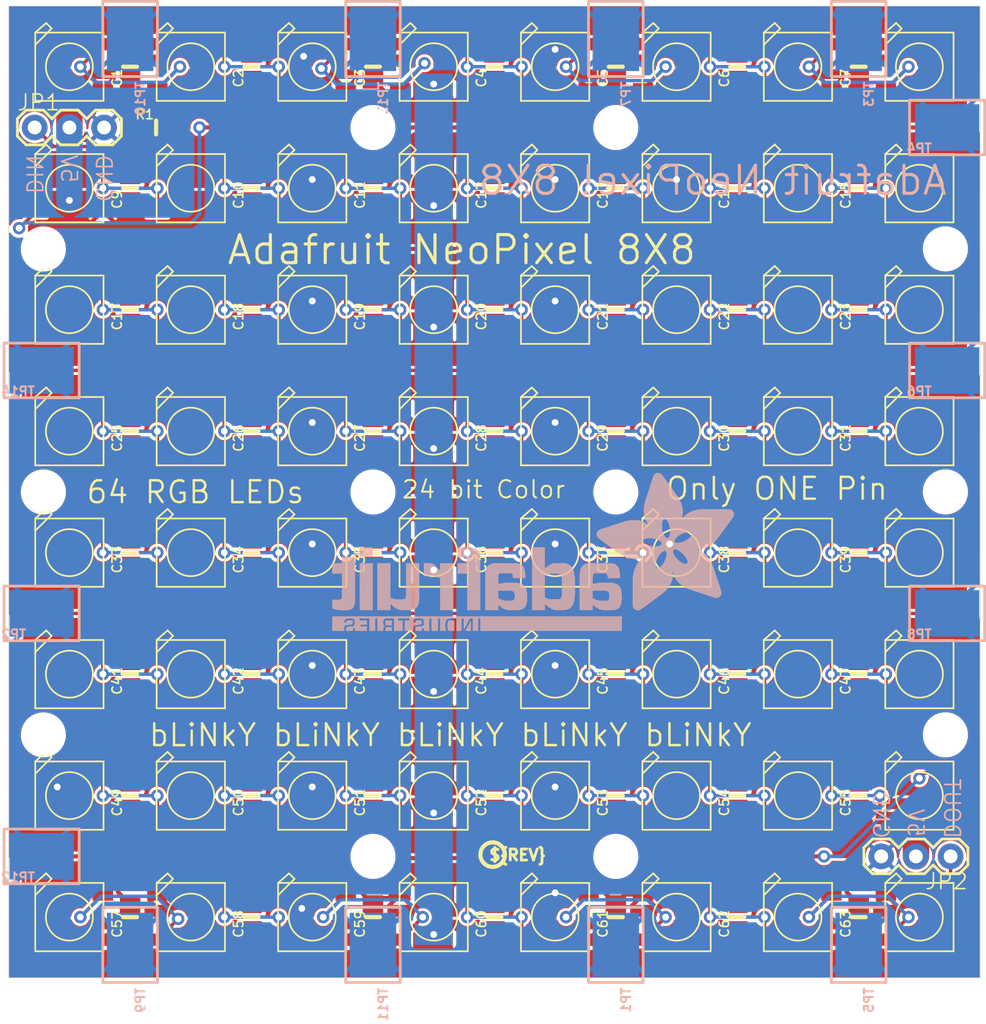
<source format=kicad_pcb>
(kicad_pcb (version 20221018) (generator pcbnew)
  (layers (0 "F.Cu" signal) (31 "B.Cu" signal) (34 "B.Paste" user) (35 "F.Paste" user) (36 "B.SilkS" user "B.Silkscreen") (37 "F.SilkS" user "F.Silkscreen") (38 "B.Mask" user) (39 "F.Mask" user) (44 "Edge.Cuts" user))
  (net 0 "")
  (net 1 "GND")
  (net 2 "N$33")
  (net 3 "N$34")
  (net 4 "N$35")
  (net 5 "N$36")
  (net 6 "N$37")
  (net 7 "N$38")
  (net 8 "N$39")
  (net 9 "N$40")
  (net 10 "N$41")
  (net 11 "N$42")
  (net 12 "N$43")
  (net 13 "N$44")
  (net 14 "N$45")
  (net 15 "N$46")
  (net 16 "N$47")
  (net 17 "N$48")
  (net 18 "N$49")
  (net 19 "N$50")
  (net 20 "N$51")
  (net 21 "N$52")
  (net 22 "N$53")
  (net 23 "N$54")
  (net 24 "N$55")
  (net 25 "N$56")
  (net 26 "N$57")
  (net 27 "N$58")
  (net 28 "N$59")
  (net 29 "N$60")
  (net 30 "N$93")
  (net 31 "N$94")
  (net 32 "N$95")
  (net 33 "N$96")
  (net 34 "N$97")
  (net 35 "N$98")
  (net 36 "N$99")
  (net 37 "N$100")
  (net 38 "N$101")
  (net 39 "N$102")
  (net 40 "N$103")
  (net 41 "N$104")
  (net 42 "N$105")
  (net 43 "N$106")
  (net 44 "N$107")
  (net 45 "N$108")
  (net 46 "N$109")
  (net 47 "N$110")
  (net 48 "N$111")
  (net 49 "N$112")
  (net 50 "N$113")
  (net 51 "N$114")
  (net 52 "N$115")
  (net 53 "N$116")
  (net 54 "N$117")
  (net 55 "N$118")
  (net 56 "N$119")
  (net 57 "N$120")
  (net 58 "VDD")
  (net 59 "N$2")
  (net 60 "N$3")
  (net 61 "N$4")
  (net 62 "N$5")
  (net 63 "N$6")
  (net 64 "N$7")
  (net 65 "N$8")
  (net 66 "N$1")
  (net 67 "N$9")
  (net 68 "N$10")
  (footprint "working:0805-NO" (layer "F.Cu") (at 175.1711 118.3386 90)
    (fp_text reference "C47")
    (fp_text value "")
  )
  (footprint "working:0805-NO" (layer "F.Cu") (at 175.1711 127.2286 90)
    (fp_text reference "C55")
    (fp_text value "")
  )
  (footprint "working:WS2812B" (layer "F.Cu") (at 144.0561 127.2286)
    (fp_text reference "LED52" hide)
    (fp_text value "WS2812B5050" hide)
  )
  (footprint "working:0805-NO" (layer "F.Cu") (at 121.8311 118.3386 90)
    (fp_text reference "C41")
    (fp_text value "")
  )
  (footprint "working:WS2812B" (layer "F.Cu") (at 144.0561 82.7786)
    (fp_text reference "LED12" hide)
    (fp_text value "WS2812B5050" hide)
  )
  (footprint "working:0805-NO" (layer "F.Cu") (at 166.2811 100.5586 90)
    (fp_text reference "C30")
    (fp_text value "")
  )
  (footprint "" (layer "F.Cu") (at 115.4811 87.2236)
    (fp_text reference "@HOLE0" hide)
    (fp_text value "")
  )
  (footprint "working:WS2812B" (layer "F.Cu") (at 170.7261 100.5586)
    (fp_text reference "LED31" hide)
    (fp_text value "WS2812B5050" hide)
  )
  (footprint "working:WS2812B" (layer "F.Cu") (at 144.0561 100.5586)
    (fp_text reference "LED28" hide)
    (fp_text value "WS2812B5050" hide)
  )
  (footprint "working:WS2812B" (layer "F.Cu") (at 144.0561 136.1186)
    (fp_text reference "LED60" hide)
    (fp_text value "WS2812B5050" hide)
  )
  (footprint "working:0805-NO" (layer "F.Cu") (at 130.7211 82.7786 90)
    (fp_text reference "C10")
    (fp_text value "")
  )
  (footprint "working:WS2812B" (layer "F.Cu") (at 161.8361 136.1186)
    (fp_text reference "LED62" hide)
    (fp_text value "WS2812B5050" hide)
  )
  (footprint "" (layer "F.Cu") (at 157.3911 105.0036)
    (fp_text reference "@HOLE9" hide)
    (fp_text value "")
  )
  (footprint "working:WS2812B" (layer "F.Cu") (at 126.2761 109.4486)
    (fp_text reference "LED34" hide)
    (fp_text value "WS2812B5050" hide)
  )
  (footprint "working:0805-NO" (layer "F.Cu") (at 175.1711 73.8886 90)
    (fp_text reference "C7")
    (fp_text value "")
  )
  (footprint "working:0805-NO" (layer "F.Cu") (at 157.3911 100.5586 90)
    (fp_text reference "C29")
    (fp_text value "")
  )
  (footprint "working:WS2812B" (layer "F.Cu") (at 144.0561 118.3386)
    (fp_text reference "LED44" hide)
    (fp_text value "WS2812B5050" hide)
  )
  (footprint "working:0805-NO" (layer "F.Cu") (at 121.8311 73.8886 90)
    (fp_text reference "C1")
    (fp_text value "")
  )
  (footprint "working:WS2812B" (layer "F.Cu") (at 117.3861 73.8886)
    (fp_text reference "LED1" hide)
    (fp_text value "WS2812B5050" hide)
  )
  (footprint "working:WS2812B" (layer "F.Cu") (at 135.1661 127.2286)
    (fp_text reference "LED51" hide)
    (fp_text value "WS2812B5050" hide)
  )
  (footprint "working:WS2812B" (layer "F.Cu") (at 152.9461 136.1186)
    (fp_text reference "LED61" hide)
    (fp_text value "WS2812B5050" hide)
  )
  (footprint "working:WS2812B" (layer "F.Cu") (at 161.8361 82.7786)
    (fp_text reference "LED14" hide)
    (fp_text value "WS2812B5050" hide)
  )
  (footprint "working:WS2812B" (layer "F.Cu") (at 117.3861 127.2286)
    (fp_text reference "LED49" hide)
    (fp_text value "WS2812B5050" hide)
  )
  (footprint "working:WS2812B" (layer "F.Cu") (at 161.8361 118.3386)
    (fp_text reference "LED46" hide)
    (fp_text value "WS2812B5050" hide)
  )
  (footprint "working:0805-NO" (layer "F.Cu") (at 130.7211 127.2286 90)
    (fp_text reference "C50")
    (fp_text value "")
  )
  (footprint "" (layer "F.Cu") (at 115.4811 105.0036)
    (fp_text reference "@HOLE1" hide)
    (fp_text value "")
  )
  (footprint "working:0805-NO" (layer "F.Cu") (at 139.6111 91.6686 90)
    (fp_text reference "C19")
    (fp_text value "")
  )
  (footprint "working:0805-NO" (layer "F.Cu") (at 148.5011 100.5586 90)
    (fp_text reference "C28")
    (fp_text value "")
  )
  (footprint "working:WS2812B" (layer "F.Cu") (at 126.2761 73.8886)
    (fp_text reference "LED2" hide)
    (fp_text value "WS2812B5050" hide)
  )
  (footprint "working:WS2812B" (layer "F.Cu") (at 135.1661 73.8886)
    (fp_text reference "LED3" hide)
    (fp_text value "WS2812B5050" hide)
  )
  (footprint "working:0805-NO" (layer "F.Cu") (at 130.7211 73.8886 90)
    (fp_text reference "C2")
    (fp_text value "")
  )
  (footprint "working:WS2812B" (layer "F.Cu") (at 144.0561 73.8886)
    (fp_text reference "LED4" hide)
    (fp_text value "WS2812B5050" hide)
  )
  (footprint "working:WS2812B" (layer "F.Cu") (at 135.1661 118.3386)
    (fp_text reference "LED43" hide)
    (fp_text value "WS2812B5050" hide)
  )
  (footprint "working:0805-NO" (layer "F.Cu") (at 139.6111 73.8886 90)
    (fp_text reference "C3")
    (fp_text value "")
  )
  (footprint "working:0805-NO" (layer "F.Cu") (at 148.5011 82.7786 90)
    (fp_text reference "C12")
    (fp_text value "")
  )
  (footprint "working:WS2812B" (layer "F.Cu") (at 170.7261 127.2286)
    (fp_text reference "LED55" hide)
    (fp_text value "WS2812B5050" hide)
  )
  (footprint "working:WS2812B" (layer "F.Cu") (at 179.6161 100.5586)
    (fp_text reference "LED32" hide)
    (fp_text value "WS2812B5050" hide)
  )
  (footprint "working:0805-NO" (layer "F.Cu") (at 157.3911 73.8886 90)
    (fp_text reference "C5")
    (fp_text value "")
  )
  (footprint "" (layer "F.Cu") (at 181.5211 87.2236)
    (fp_text reference "@HOLE5" hide)
    (fp_text value "")
  )
  (footprint "working:WS2812B" (layer "F.Cu") (at 117.3861 91.6686)
    (fp_text reference "LED17" hide)
    (fp_text value "WS2812B5050" hide)
  )
  (footprint "working:WS2812B" (layer "F.Cu") (at 126.2761 136.1186)
    (fp_text reference "LED58" hide)
    (fp_text value "WS2812B5050" hide)
  )
  (footprint "working:0805-NO" (layer "F.Cu") (at 121.8311 109.4486 90)
    (fp_text reference "C33")
    (fp_text value "")
  )
  (footprint "working:0805-NO" (layer "F.Cu") (at 175.1711 82.7786 90)
    (fp_text reference "C15")
    (fp_text value "")
  )
  (footprint "working:0805-NO" (layer "F.Cu") (at 123.7361 78.3336)
    (fp_text reference "R1")
    (fp_text value "")
  )
  (footprint "working:WS2812B" (layer "F.Cu") (at 152.9461 109.4486)
    (fp_text reference "LED37" hide)
    (fp_text value "WS2812B5050" hide)
  )
  (footprint "working:WS2812B" (layer "F.Cu") (at 170.7261 136.1186)
    (fp_text reference "LED63" hide)
    (fp_text value "WS2812B5050" hide)
  )
  (footprint "working:0805-NO" (layer "F.Cu") (at 139.6111 100.5586 90)
    (fp_text reference "C27")
    (fp_text value "")
  )
  (footprint "working:WS2812B" (layer "F.Cu") (at 161.8361 100.5586)
    (fp_text reference "LED30" hide)
    (fp_text value "WS2812B5050" hide)
  )
  (footprint "working:WS2812B" (layer "F.Cu") (at 152.9461 127.2286)
    (fp_text reference "LED53" hide)
    (fp_text value "WS2812B5050" hide)
  )
  (footprint "working:0805-NO" (layer "F.Cu") (at 121.8311 136.1186 90)
    (fp_text reference "C57")
    (fp_text value "")
  )
  (footprint "working:0805-NO" (layer "F.Cu") (at 166.2811 136.1186 90)
    (fp_text reference "C62")
    (fp_text value "")
  )
  (footprint "working:WS2812B" (layer "F.Cu") (at 126.2761 91.6686)
    (fp_text reference "LED18" hide)
    (fp_text value "WS2812B5050" hide)
  )
  (footprint "working:0805-NO" (layer "F.Cu") (at 166.2811 118.3386 90)
    (fp_text reference "C46")
    (fp_text value "")
  )
  (footprint "working:0805-NO" (layer "F.Cu") (at 121.8311 100.5586 90)
    (fp_text reference "C25")
    (fp_text value "")
  )
  (footprint "working:0805-NO" (layer "F.Cu") (at 139.6111 109.4486 90)
    (fp_text reference "C35")
    (fp_text value "")
  )
  (footprint "working:0805-NO" (layer "F.Cu") (at 139.6111 118.3386 90)
    (fp_text reference "C43")
    (fp_text value "")
  )
  (footprint "working:1X03" (layer "F.Cu") (at 181.9021 131.6736 180)
    (fp_text reference "JP2")
    (fp_text value "")
  )
  (footprint "working:WS2812B" (layer "F.Cu") (at 161.8361 91.6686)
    (fp_text reference "LED22" hide)
    (fp_text value "WS2812B5050" hide)
  )
  (footprint "working:0805-NO" (layer "F.Cu") (at 175.1711 100.5586 90)
    (fp_text reference "C31")
    (fp_text value "")
  )
  (footprint "working:0805-NO" (layer "F.Cu") (at 157.3911 109.4486 90)
    (fp_text reference "C37")
    (fp_text value "")
  )
  (footprint "working:WS2812B" (layer "F.Cu") (at 179.6161 109.4486)
    (fp_text reference "LED40" hide)
    (fp_text value "WS2812B5050" hide)
  )
  (footprint "working:WS2812B" (layer "F.Cu") (at 152.9461 118.3386)
    (fp_text reference "LED45" hide)
    (fp_text value "WS2812B5050" hide)
  )
  (footprint "working:0805-NO" (layer "F.Cu") (at 130.7211 136.1186 90)
    (fp_text reference "C58")
    (fp_text value "")
  )
  (footprint "working:0805-NO" (layer "F.Cu") (at 175.1711 109.4486 90)
    (fp_text reference "C39")
    (fp_text value "")
  )
  (footprint "working:PCBFEAT-REV-040" (layer "F.Cu") (at 148.3741 131.5466)
    (fp_text reference "U$2" hide)
    (fp_text value "" hide)
  )
  (footprint "working:0805-NO" (layer "F.Cu") (at 139.6111 136.1186 90)
    (fp_text reference "C59")
    (fp_text value "")
  )
  (footprint "working:WS2812B" (layer "F.Cu") (at 144.0561 91.6686)
    (fp_text reference "LED20" hide)
    (fp_text value "WS2812B5050" hide)
  )
  (footprint "working:0805-NO" (layer "F.Cu") (at 148.5011 118.3386 90)
    (fp_text reference "C44")
    (fp_text value "")
  )
  (footprint "working:0805-NO" (layer "F.Cu") (at 130.7211 100.5586 90)
    (fp_text reference "C26")
    (fp_text value "")
  )
  (footprint "" (layer "F.Cu") (at 181.5211 105.0036)
    (fp_text reference "@HOLE4" hide)
    (fp_text value "")
  )
  (footprint "" (layer "F.Cu") (at 139.6111 131.6736)
    (fp_text reference "@HOLE10" hide)
    (fp_text value "")
  )
  (footprint "working:0805-NO" (layer "F.Cu") (at 175.1711 91.6686 90)
    (fp_text reference "C23")
    (fp_text value "")
  )
  (footprint "working:0805-NO" (layer "F.Cu") (at 130.7211 109.4486 90)
    (fp_text reference "C34")
    (fp_text value "")
  )
  (footprint "working:0805-NO" (layer "F.Cu") (at 157.3911 118.3386 90)
    (fp_text reference "C45")
    (fp_text value "")
  )
  (footprint "working:0805-NO" (layer "F.Cu") (at 121.8311 127.2286 90)
    (fp_text reference "C49")
    (fp_text value "")
  )
  (footprint "working:WS2812B" (layer "F.Cu") (at 152.9461 100.5586)
    (fp_text reference "LED29" hide)
    (fp_text value "WS2812B5050" hide)
  )
  (footprint "" (layer "F.Cu") (at 139.6111 78.3336)
    (fp_text reference "@HOLE6" hide)
    (fp_text value "")
  )
  (footprint "working:0805-NO" (layer "F.Cu") (at 121.8311 82.7786 90)
    (fp_text reference "C9")
    (fp_text value "")
  )
  (footprint "working:0805-NO" (layer "F.Cu") (at 157.3911 136.1186 90)
    (fp_text reference "C61")
    (fp_text value "")
  )
  (footprint "working:0805-NO" (layer "F.Cu") (at 148.5011 127.2286 90)
    (fp_text reference "C52")
    (fp_text value "")
  )
  (footprint "working:0805-NO" (layer "F.Cu") (at 139.6111 127.2286 90)
    (fp_text reference "C51")
    (fp_text value "")
  )
  (footprint "working:0805-NO" (layer "F.Cu") (at 148.5011 109.4486 90)
    (fp_text reference "C36")
    (fp_text value "")
  )
  (footprint "working:WS2812B" (layer "F.Cu") (at 170.7261 82.7786)
    (fp_text reference "LED15" hide)
    (fp_text value "WS2812B5050" hide)
  )
  (footprint "working:0805-NO" (layer "F.Cu") (at 175.1711 136.1186 90)
    (fp_text reference "C63")
    (fp_text value "")
  )
  (footprint "working:WS2812B" (layer "F.Cu") (at 135.1661 82.7786)
    (fp_text reference "LED11" hide)
    (fp_text value "WS2812B5050" hide)
  )
  (footprint "working:WS2812B" (layer "F.Cu") (at 117.3861 118.3386)
    (fp_text reference "LED41" hide)
    (fp_text value "WS2812B5050" hide)
  )
  (footprint "working:0805-NO" (layer "F.Cu") (at 157.3911 91.6686 90)
    (fp_text reference "C21")
    (fp_text value "")
  )
  (footprint "working:0805-NO" (layer "F.Cu") (at 139.6111 82.7786 90)
    (fp_text reference "C11")
    (fp_text value "")
  )
  (footprint "" (layer "F.Cu") (at 157.3911 131.6736)
    (fp_text reference "@HOLE11" hide)
    (fp_text value "")
  )
  (footprint "working:WS2812B" (layer "F.Cu") (at 179.6161 73.8886)
    (fp_text reference "LED8" hide)
    (fp_text value "WS2812B5050" hide)
  )
  (footprint "" (layer "F.Cu") (at 115.4811 122.7836)
    (fp_text reference "@HOLE2" hide)
    (fp_text value "")
  )
  (footprint "working:WS2812B" (layer "F.Cu") (at 126.2761 127.2286)
    (fp_text reference "LED50" hide)
    (fp_text value "WS2812B5050" hide)
  )
  (footprint "working:0805-NO" (layer "F.Cu") (at 121.8311 91.6686 90)
    (fp_text reference "C17")
    (fp_text value "")
  )
  (footprint "working:WS2812B" (layer "F.Cu") (at 179.6161 118.3386)
    (fp_text reference "LED48" hide)
    (fp_text value "WS2812B5050" hide)
  )
  (footprint "working:WS2812B" (layer "F.Cu") (at 117.3861 136.1186)
    (fp_text reference "LED57" hide)
    (fp_text value "WS2812B5050" hide)
  )
  (footprint "working:WS2812B" (layer "F.Cu") (at 170.7261 109.4486)
    (fp_text reference "LED39" hide)
    (fp_text value "WS2812B5050" hide)
  )
  (footprint "" (layer "F.Cu") (at 181.5211 122.7836)
    (fp_text reference "@HOLE3" hide)
    (fp_text value "")
  )
  (footprint "working:0805-NO" (layer "F.Cu") (at 148.5011 73.8886 90)
    (fp_text reference "C4")
    (fp_text value "")
  )
  (footprint "working:FIDUCIAL_1MM" (layer "F.Cu") (at 175.1711 78.7146)
    (fp_text reference "FID3" hide)
    (fp_text value "FIDUCIAL\"\"" hide)
  )
  (footprint "working:0805-NO" (layer "F.Cu") (at 166.2811 109.4486 90)
    (fp_text reference "C38")
    (fp_text value "")
  )
  (footprint "working:0805-NO" (layer "F.Cu") (at 166.2811 73.8886 90)
    (fp_text reference "C6")
    (fp_text value "")
  )
  (footprint "working:WS2812B" (layer "F.Cu") (at 126.2761 100.5586)
    (fp_text reference "LED26" hide)
    (fp_text value "WS2812B5050" hide)
  )
  (footprint "working:WS2812B" (layer "F.Cu") (at 152.9461 82.7786)
    (fp_text reference "LED13" hide)
    (fp_text value "WS2812B5050" hide)
  )
  (footprint "working:WS2812B" (layer "F.Cu") (at 170.7261 73.8886)
    (fp_text reference "LED7" hide)
    (fp_text value "WS2812B5050" hide)
  )
  (footprint "working:WS2812B" (layer "F.Cu") (at 135.1661 109.4486)
    (fp_text reference "LED35" hide)
    (fp_text value "WS2812B5050" hide)
  )
  (footprint "working:WS2812B" (layer "F.Cu") (at 161.8361 109.4486)
    (fp_text reference "LED38" hide)
    (fp_text value "WS2812B5050" hide)
  )
  (footprint "working:FIDUCIAL_1MM" (layer "F.Cu") (at 121.4501 131.6736)
    (fp_text reference "FID2" hide)
    (fp_text value "FIDUCIAL\"\"" hide)
  )
  (footprint "working:WS2812B" (layer "F.Cu") (at 117.3861 100.5586)
    (fp_text reference "LED25" hide)
    (fp_text value "WS2812B5050" hide)
  )
  (footprint "" (layer "F.Cu") (at 139.6111 105.0036)
    (fp_text reference "@HOLE8" hide)
    (fp_text value "")
  )
  (footprint "working:WS2812B" (layer "F.Cu") (at 179.6161 91.6686)
    (fp_text reference "LED24" hide)
    (fp_text value "WS2812B5050" hide)
  )
  (footprint "working:WS2812B" (layer "F.Cu") (at 170.7261 91.6686)
    (fp_text reference "LED23" hide)
    (fp_text value "WS2812B5050" hide)
  )
  (footprint "working:0805-NO" (layer "F.Cu") (at 166.2811 91.6686 90)
    (fp_text reference "C22")
    (fp_text value "")
  )
  (footprint "working:0805-NO" (layer "F.Cu") (at 157.3911 82.7786 90)
    (fp_text reference "C13")
    (fp_text value "")
  )
  (footprint "working:WS2812B" (layer "F.Cu") (at 126.2761 82.7786)
    (fp_text reference "LED10" hide)
    (fp_text value "WS2812B5050" hide)
  )
  (footprint "working:0805-NO" (layer "F.Cu") (at 166.2811 127.2286 90)
    (fp_text reference "C54")
    (fp_text value "")
  )
  (footprint "" (layer "F.Cu") (at 157.3911 78.3336)
    (fp_text reference "@HOLE7" hide)
    (fp_text value "")
  )
  (footprint "working:WS2812B" (layer "F.Cu") (at 179.6161 136.1186)
    (fp_text reference "LED64" hide)
    (fp_text value "WS2812B5050" hide)
  )
  (footprint "working:WS2812B" (layer "F.Cu") (at 117.3861 82.7786)
    (fp_text reference "LED9" hide)
    (fp_text value "WS2812B5050" hide)
  )
  (footprint "working:0805-NO" (layer "F.Cu") (at 130.7211 118.3386 90)
    (fp_text reference "C42")
    (fp_text value "")
  )
  (footprint "working:WS2812B" (layer "F.Cu") (at 179.6161 82.7786)
    (fp_text reference "LED16" hide)
    (fp_text value "WS2812B5050" hide)
  )
  (footprint "working:WS2812B" (layer "F.Cu") (at 152.9461 91.6686)
    (fp_text reference "LED21" hide)
    (fp_text value "WS2812B5050" hide)
  )
  (footprint "working:WS2812B" (layer "F.Cu") (at 161.8361 127.2286)
    (fp_text reference "LED54" hide)
    (fp_text value "WS2812B5050" hide)
  )
  (footprint "working:0805-NO" (layer "F.Cu") (at 130.7211 91.6686 90)
    (fp_text reference "C18")
    (fp_text value "")
  )
  (footprint "working:WS2812B" (layer "F.Cu") (at 170.7261 118.3386)
    (fp_text reference "LED47" hide)
    (fp_text value "WS2812B5050" hide)
  )
  (footprint "working:0805-NO" (layer "F.Cu") (at 148.5011 136.1186 90)
    (fp_text reference "C60")
    (fp_text value "")
  )
  (footprint "working:WS2812B" (layer "F.Cu") (at 126.2761 118.3386)
    (fp_text reference "LED42" hide)
    (fp_text value "WS2812B5050" hide)
  )
  (footprint "working:0805-NO" (layer "F.Cu") (at 148.5011 91.6686 90)
    (fp_text reference "C20")
    (fp_text value "")
  )
  (footprint "working:WS2812B" (layer "F.Cu") (at 179.6161 127.2286)
    (fp_text reference "LED56" hide)
    (fp_text value "WS2812B5050" hide)
  )
  (footprint "working:WS2812B" (layer "F.Cu") (at 144.0561 109.4486)
    (fp_text reference "LED36" hide)
    (fp_text value "WS2812B5050" hide)
  )
  (footprint "working:WS2812B" (layer "F.Cu") (at 161.8361 73.8886)
    (fp_text reference "LED6" hide)
    (fp_text value "WS2812B5050" hide)
  )
  (footprint "working:WS2812B" (layer "F.Cu") (at 135.1661 100.5586)
    (fp_text reference "LED27" hide)
    (fp_text value "WS2812B5050" hide)
  )
  (footprint "working:WS2812B" (layer "F.Cu") (at 152.9461 73.8886)
    (fp_text reference "LED5" hide)
    (fp_text value "WS2812B5050" hide)
  )
  (footprint "working:1X03" (layer "F.Cu") (at 114.8461 78.3336)
    (fp_text reference "JP1")
    (fp_text value "")
  )
  (footprint "working:WS2812B" (layer "F.Cu") (at 135.1661 91.6686)
    (fp_text reference "LED19" hide)
    (fp_text value "WS2812B5050" hide)
  )
  (footprint "working:WS2812B" (layer "F.Cu") (at 135.1661 136.1186)
    (fp_text reference "LED59" hide)
    (fp_text value "WS2812B5050" hide)
  )
  (footprint "working:FIDUCIAL_1MM" (layer "F.Cu") (at 118.4021 86.8426)
    (fp_text reference "FID1" hide)
    (fp_text value "FIDUCIAL\"\"" hide)
  )
  (footprint "working:0805-NO" (layer "F.Cu") (at 166.2811 82.7786 90)
    (fp_text reference "C14")
    (fp_text value "")
  )
  (footprint "working:0805-NO" (layer "F.Cu") (at 157.3911 127.2286 90)
    (fp_text reference "C53")
    (fp_text value "")
  )
  (footprint "working:WS2812B" (layer "F.Cu") (at 117.3861 109.4486)
    (fp_text reference "LED33" hide)
    (fp_text value "WS2812B5050" hide)
  )
  (footprint "working:TESTPOINT_SMT" (layer "B.Cu") (at 139.6111 138.1506 -90)
    (fp_text reference "TP11")
    (fp_text value "")
  )
  (footprint "working:ADAFRUIT_TEXT_30MM" (layer "B.Cu") (at 166.2811 115.1636 180)
    (fp_text reference "U$1" hide)
    (fp_text value "" hide)
  )
  (footprint "working:TESTPOINT_SMT" (layer "B.Cu") (at 175.1711 71.8566 -90)
    (fp_text reference "TP3")
    (fp_text value "")
  )
  (footprint "working:TESTPOINT_SMT" (layer "B.Cu") (at 181.6481 78.3336 180)
    (fp_text reference "TP4")
    (fp_text value "")
  )
  (footprint "working:TESTPOINT_SMT" (layer "B.Cu") (at 115.3541 96.1136 180)
    (fp_text reference "TP14")
    (fp_text value "")
  )
  (footprint "working:TESTPOINT_SMT" (layer "B.Cu") (at 121.8311 138.1506 -90)
    (fp_text reference "TP9")
    (fp_text value "")
  )
  (footprint "working:TESTPOINT_SMT" (layer "B.Cu") (at 115.3541 131.6736 180)
    (fp_text reference "TP12")
    (fp_text value "")
  )
  (footprint "working:TESTPOINT_SMT" (layer "B.Cu") (at 157.3911 138.1506 -90)
    (fp_text reference "TP1")
    (fp_text value "")
  )
  (footprint "working:TESTPOINT_SMT" (layer "B.Cu") (at 181.6481 96.1136 180)
    (fp_text reference "TP6")
    (fp_text value "")
  )
  (footprint "working:TESTPOINT_SMT" (layer "B.Cu") (at 181.6481 113.8936 180)
    (fp_text reference "TP8")
    (fp_text value "")
  )
  (footprint "working:TESTPOINT_SMT" (layer "B.Cu") (at 121.8311 71.8566 -90)
    (fp_text reference "TP10")
    (fp_text value "")
  )
  (footprint "working:TESTPOINT_SMT" (layer "B.Cu") (at 157.3911 71.8566 -90)
    (fp_text reference "TP7")
    (fp_text value "")
  )
  (footprint "working:TESTPOINT_SMT" (layer "B.Cu") (at 139.6111 71.8566 -90)
    (fp_text reference "TP13")
    (fp_text value "")
  )
  (footprint "working:TESTPOINT_SMT" (layer "B.Cu") (at 115.3541 113.8936 180)
    (fp_text reference "TP2")
    (fp_text value "")
  )
  (footprint "working:TESTPOINT_SMT" (layer "B.Cu") (at 175.1711 138.1506 -90)
    (fp_text reference "TP5")
    (fp_text value "")
  )
  (gr_line (start 112.9411 69.4436) (end 112.9411 140.5636) (stroke (width 0.05)) (layer "Edge.Cuts"))
  (gr_line (start 112.9411 140.5636) (end 184.0611 140.5636) (stroke (width 0.05)) (layer "Edge.Cuts"))
  (gr_line (start 184.0611 140.5636) (end 184.0611 69.4436) (stroke (width 0.05)) (layer "Edge.Cuts"))
  (gr_line (start 184.0611 69.4436) (end 112.9411 69.4436) (stroke (width 0.05)) (layer "Edge.Cuts"))
  (gr_text "GND" (at 176.1236 130.4671 -90) (layer "B.SilkS") (effects (font (size 1.143 1.143) (thickness 0.127)) (justify left bottom mirror)))
  (gr_text "DIN" (at 115.4811 80.2386 -90) (layer "B.SilkS") (effects (font (size 1.143 1.143) (thickness 0.127)) (justify right top mirror)))
  (gr_text "Adafruit NeoPixel 8X8" (at 181.7751 83.4136) (layer "B.SilkS") (effects (font (size 2.0574 2.0574) (thickness 0.2286)) (justify left bottom mirror)))
  (gr_text "5V" (at 118.0211 80.2386 -90) (layer "B.SilkS") (effects (font (size 1.143 1.143) (thickness 0.127)) (justify right top mirror)))
  (gr_text "5V" (at 178.6636 130.3401 -90) (layer "B.SilkS") (effects (font (size 1.143 1.143) (thickness 0.127)) (justify left bottom mirror)))
  (gr_text "DOUT" (at 181.3306 130.4671 -90) (layer "B.SilkS") (effects (font (size 1.143 1.143) (thickness 0.127)) (justify left bottom mirror)))
  (gr_text "GND" (at 120.5611 80.2386 -90) (layer "B.SilkS") (effects (font (size 1.143 1.143) (thickness 0.127)) (justify right top mirror)))
  (gr_text "64 RGB LEDs" (at 118.5291 105.9561) (layer "F.SilkS") (effects (font (size 1.6002 1.6002) (thickness 0.1778)) (justify left bottom)))
  (gr_text "Adafruit NeoPixel 8X8" (at 128.8161 88.4936) (layer "F.SilkS") (effects (font (size 2.0574 2.0574) (thickness 0.2286)) (justify left bottom)))
  (gr_text "bLiNkY bLiNkY bLiNkY bLiNkY bLiNkY" (at 123.1011 123.7361) (layer "F.SilkS") (effects (font (size 1.6002 1.6002) (thickness 0.1778)) (justify left bottom)))
  (gr_text "24 bit Color" (at 141.6431 105.5751) (layer "F.SilkS") (effects (font (size 1.28016 1.28016) (thickness 0.14224)) (justify left bottom)))
  (gr_text "Only ONE Pin" (at 160.9471 105.7021) (layer "F.SilkS") (effects (font (size 1.6002 1.6002) (thickness 0.1778)) (justify left bottom)))
  (segment (start 139.9921 134.7216) (end 140.7541 134.7216) (width 0.3048) (layer "F.Cu") (net 1))
  (segment (start 140.2451 107.7986) (end 141.6061 107.7986) (width 0.3048) (layer "F.Cu") (net 1))
  (segment (start 157.3911 135.1686) (end 158.0251 134.4686) (width 0.3048) (layer "F.Cu") (net 1))
  (segment (start 139.6111 108.4986) (end 140.2451 107.7986) (width 0.3048) (layer "F.Cu") (net 1))
  (segment (start 139.6111 81.8286) (end 140.2451 81.1286) (width 0.3048) (layer "F.Cu") (net 1))
  (segment (start 157.3911 108.4986) (end 158.0251 107.7986) (width 0.3048) (layer "F.Cu") (net 1))
  (segment (start 158.0251 107.7986) (end 159.3861 107.7986) (width 0.3048) (layer "F.Cu") (net 1))
  (segment (start 139.6111 135.1686) (end 139.9921 134.7216) (width 0.3048) (layer "F.Cu") (net 1))
  (segment (start 140.2451 81.1286) (end 141.6061 81.1286) (width 0.3048) (layer "F.Cu") (net 1))
  (segment (start 141.0071 134.4686) (end 141.6061 134.4686) (width 0.3048) (layer "F.Cu") (net 1))
  (segment (start 140.7541 134.7216) (end 141.0071 134.4686) (width 0.3048) (layer "F.Cu") (net 1))
  (segment (start 158.0251 81.1286) (end 159.3861 81.1286) (width 0.3048) (layer "F.Cu") (net 1))
  (segment (start 158.0251 134.4686) (end 159.3861 134.4686) (width 0.3048) (layer "F.Cu") (net 1))
  (segment (start 157.3911 81.8286) (end 158.0251 81.1286) (width 0.3048) (layer "F.Cu") (net 1))
  (via (at 152.9461 117.7036) (size 0.9064) (drill 0.5) (layers "F.Cu" "B.Cu") (net 1))
  (via (at 152.9461 91.0336) (size 0.9064) (drill 0.5) (layers "F.Cu" "B.Cu") (net 1))
  (via (at 134.5311 73.1266) (size 0.9064) (drill 0.5) (layers "F.Cu" "B.Cu") (net 1))
  (via (at 161.8361 82.1436) (size 0.9064) (drill 0.5) (layers "F.Cu" "B.Cu") (net 1))
  (via (at 135.1661 126.5936) (size 0.9064) (drill 0.5) (layers "F.Cu" "B.Cu") (net 1))
  (via (at 135.1661 117.7036) (size 0.9064) (drill 0.5) (layers "F.Cu" "B.Cu") (net 1))
  (via (at 135.1661 99.9236) (size 0.9064) (drill 0.5) (layers "F.Cu" "B.Cu") (net 1))
  (via (at 152.9461 126.5936) (size 0.9064) (drill 0.5) (layers "F.Cu" "B.Cu") (net 1))
  (via (at 152.9461 72.6186) (size 0.9064) (drill 0.5) (layers "F.Cu" "B.Cu") (net 1))
  (via (at 152.9461 108.8136) (size 0.9064) (drill 0.5) (layers "F.Cu" "B.Cu") (net 1))
  (via (at 135.1661 91.0336) (size 0.9064) (drill 0.5) (layers "F.Cu" "B.Cu") (net 1))
  (via (at 135.1661 82.1436) (size 0.9064) (drill 0.5) (layers "F.Cu" "B.Cu") (net 1))
  (via (at 152.9461 99.9236) (size 0.9064) (drill 0.5) (layers "F.Cu" "B.Cu") (net 1))
  (via (at 135.1661 108.8136) (size 0.9064) (drill 0.5) (layers "F.Cu" "B.Cu") (net 1))
  (via (at 152.9461 82.1436) (size 0.9064) (drill 0.5) (layers "F.Cu" "B.Cu") (net 1))
  (via (at 152.9461 134.3406) (size 0.9064) (drill 0.5) (layers "F.Cu" "B.Cu") (net 1))
  (via (at 134.4041 135.4836) (size 0.9064) (drill 0.5) (layers "F.Cu" "B.Cu") (net 1))
  (via (at 161.3281 108.8136) (size 0.9064) (drill 0.5) (layers "F.Cu" "B.Cu") (net 1))
  (via (at 116.4971 126.5936) (size 0.9064) (drill 0.5) (layers "F.Cu" "B.Cu") (net 1))
  (segment (start 123.8261 93.3186) (end 123.8261 91.6686) (width 0.254) (layer "F.Cu") (net 2))
  (segment (start 119.8361 90.0186) (end 119.8361 91.6686) (width 0.254) (layer "F.Cu") (net 2))
  (via (at 119.8361 91.6686) (size 0.9064) (drill 0.5) (layers "F.Cu" "B.Cu") (net 2))
  (via (at 123.8261 91.6686) (size 0.9064) (drill 0.5) (layers "F.Cu" "B.Cu") (net 2))
  (segment (start 123.8261 91.6686) (end 119.8361 91.6686) (width 0.254) (layer "B.Cu") (net 2))
  (segment (start 123.8261 102.2086) (end 123.8261 100.5586) (width 0.254) (layer "F.Cu") (net 3))
  (segment (start 119.8361 100.5586) (end 119.8361 98.9086) (width 0.254) (layer "F.Cu") (net 3))
  (via (at 123.8261 100.5586) (size 0.9064) (drill 0.5) (layers "F.Cu" "B.Cu") (net 3))
  (via (at 119.8361 100.5586) (size 0.9064) (drill 0.5) (layers "F.Cu" "B.Cu") (net 3))
  (segment (start 123.8261 100.5586) (end 119.8361 100.5586) (width 0.254) (layer "B.Cu") (net 3))
  (segment (start 128.7261 98.9086) (end 128.7261 100.5586) (width 0.254) (layer "F.Cu") (net 4))
  (segment (start 132.7161 102.2086) (end 132.7161 100.5586) (width 0.254) (layer "F.Cu") (net 4))
  (via (at 128.7261 100.5586) (size 0.9064) (drill 0.5) (layers "F.Cu" "B.Cu") (net 4))
  (via (at 132.7161 100.5586) (size 0.9064) (drill 0.5) (layers "F.Cu" "B.Cu") (net 4))
  (segment (start 128.7261 100.5586) (end 132.7161 100.5586) (width 0.254) (layer "B.Cu") (net 4))
  (segment (start 128.7261 73.8886) (end 128.7261 72.2386) (width 0.254) (layer "F.Cu") (net 5))
  (segment (start 132.7161 75.5386) (end 132.7161 73.8886) (width 0.254) (layer "F.Cu") (net 5))
  (via (at 128.7261 73.8886) (size 0.9064) (drill 0.5) (layers "F.Cu" "B.Cu") (net 5))
  (via (at 132.7161 73.8886) (size 0.9064) (drill 0.5) (layers "F.Cu" "B.Cu") (net 5))
  (segment (start 132.7161 73.8886) (end 128.7261 73.8886) (width 0.254) (layer "B.Cu") (net 5))
  (segment (start 141.6061 75.5386) (end 143.3841 73.6346) (width 0.254) (layer "F.Cu") (net 6))
  (segment (start 135.8381 74.0156) (end 137.6161 72.2386) (width 0.254) (layer "F.Cu") (net 6))
  (via (at 135.8381 74.0156) (size 0.9064) (drill 0.5) (layers "F.Cu" "B.Cu") (net 6))
  (via (at 143.3841 73.6346) (size 0.9064) (drill 0.5) (layers "F.Cu" "B.Cu") (net 6))
  (segment (start 141.8601 75.1586) (end 136.9441 75.1586) (width 0.254) (layer "B.Cu") (net 6))
  (segment (start 143.3841 73.6346) (end 141.8601 75.1586) (width 0.254) (layer "B.Cu") (net 6))
  (segment (start 136.9441 75.1586) (end 135.8381 74.0156) (width 0.254) (layer "B.Cu") (net 6))
  (segment (start 150.4961 75.5386) (end 150.4961 73.8886) (width 0.254) (layer "F.Cu") (net 7))
  (segment (start 146.5061 73.8886) (end 146.5061 72.2386) (width 0.254) (layer "F.Cu") (net 7))
  (via (at 150.4961 73.8886) (size 0.9064) (drill 0.5) (layers "F.Cu" "B.Cu") (net 7))
  (via (at 146.5061 73.8886) (size 0.9064) (drill 0.5) (layers "F.Cu" "B.Cu") (net 7))
  (segment (start 150.4961 73.8886) (end 146.5061 73.8886) (width 0.254) (layer "B.Cu") (net 7))
  (segment (start 153.7451 73.8886) (end 155.3961 72.2386) (width 0.254) (layer "F.Cu") (net 8))
  (segment (start 159.3861 75.5386) (end 161.0371 73.8886) (width 0.254) (layer "F.Cu") (net 8))
  (via (at 153.7451 73.8886) (size 0.9064) (drill 0.5) (layers "F.Cu" "B.Cu") (net 8))
  (via (at 161.0371 73.8886) (size 0.9064) (drill 0.5) (layers "F.Cu" "B.Cu") (net 8))
  (segment (start 154.7611 74.9046) (end 153.7451 73.8886) (width 0.254) (layer "B.Cu") (net 8))
  (segment (start 160.0581 74.9046) (end 154.7611 74.9046) (width 0.254) (layer "B.Cu") (net 8))
  (segment (start 161.0371 73.8886) (end 160.0581 74.9046) (width 0.254) (layer "B.Cu") (net 8))
  (segment (start 164.2861 73.8886) (end 164.2861 72.2386) (width 0.254) (layer "F.Cu") (net 9))
  (segment (start 168.2761 75.5386) (end 168.2761 73.8886) (width 0.254) (layer "F.Cu") (net 9))
  (via (at 168.2761 73.8886) (size 0.9064) (drill 0.5) (layers "F.Cu" "B.Cu") (net 9))
  (via (at 164.2861 73.8886) (size 0.9064) (drill 0.5) (layers "F.Cu" "B.Cu") (net 9))
  (segment (start 168.2761 73.8886) (end 164.2861 73.8886) (width 0.254) (layer "B.Cu") (net 9))
  (segment (start 173.1761 72.2386) (end 171.5251 73.8886) (width 0.254) (layer "F.Cu") (net 10))
  (segment (start 177.1661 75.5386) (end 178.8171 73.8886) (width 0.254) (layer "F.Cu") (net 10))
  (via (at 171.5251 73.8886) (size 0.9064) (drill 0.5) (layers "F.Cu" "B.Cu") (net 10))
  (via (at 178.8171 73.8886) (size 0.9064) (drill 0.5) (layers "F.Cu" "B.Cu") (net 10))
  (segment (start 177.7111 75.0316) (end 172.6681 75.0316) (width 0.254) (layer "B.Cu") (net 10))
  (segment (start 178.8171 73.8886) (end 177.7111 75.0316) (width 0.254) (layer "B.Cu") (net 10))
  (segment (start 172.6681 75.0316) (end 171.5251 73.8886) (width 0.254) (layer "B.Cu") (net 10))
  (segment (start 128.7261 82.7786) (end 128.7261 81.1286) (width 0.254) (layer "F.Cu") (net 11))
  (segment (start 132.7161 84.4286) (end 132.7161 82.7786) (width 0.254) (layer "F.Cu") (net 11))
  (via (at 128.7261 82.7786) (size 0.9064) (drill 0.5) (layers "F.Cu" "B.Cu") (net 11))
  (via (at 132.7161 82.7786) (size 0.9064) (drill 0.5) (layers "F.Cu" "B.Cu") (net 11))
  (segment (start 132.7161 82.7786) (end 128.7261 82.7786) (width 0.254) (layer "B.Cu") (net 11))
  (segment (start 137.6161 81.1286) (end 137.6161 82.7786) (width 0.254) (layer "F.Cu") (net 12))
  (segment (start 141.6061 84.4286) (end 141.6061 82.7786) (width 0.254) (layer "F.Cu") (net 12))
  (via (at 137.6161 82.7786) (size 0.9064) (drill 0.5) (layers "F.Cu" "B.Cu") (net 12))
  (via (at 141.6061 82.7786) (size 0.9064) (drill 0.5) (layers "F.Cu" "B.Cu") (net 12))
  (segment (start 141.6061 82.7786) (end 137.6161 82.7786) (width 0.254) (layer "B.Cu") (net 12))
  (segment (start 150.4961 84.4286) (end 150.4961 82.7786) (width 0.254) (layer "F.Cu") (net 13))
  (segment (start 146.5061 82.7786) (end 146.5061 81.1286) (width 0.254) (layer "F.Cu") (net 13))
  (via (at 146.5061 82.7786) (size 0.9064) (drill 0.5) (layers "F.Cu" "B.Cu") (net 13))
  (via (at 150.4961 82.7786) (size 0.9064) (drill 0.5) (layers "F.Cu" "B.Cu") (net 13))
  (segment (start 150.4961 82.7786) (end 146.5061 82.7786) (width 0.254) (layer "B.Cu") (net 13))
  (segment (start 159.3861 84.4286) (end 159.3861 82.7786) (width 0.254) (layer "F.Cu") (net 14))
  (segment (start 155.3961 82.7786) (end 155.3961 81.1286) (width 0.254) (layer "F.Cu") (net 14))
  (via (at 159.3861 82.7786) (size 0.9064) (drill 0.5) (layers "F.Cu" "B.Cu") (net 14))
  (via (at 155.3961 82.7786) (size 0.9064) (drill 0.5) (layers "F.Cu" "B.Cu") (net 14))
  (segment (start 159.3861 82.7786) (end 155.3961 82.7786) (width 0.254) (layer "B.Cu") (net 14))
  (segment (start 168.2761 84.4286) (end 168.2761 82.7786) (width 0.254) (layer "F.Cu") (net 15))
  (segment (start 164.2861 82.7786) (end 164.2861 81.1286) (width 0.254) (layer "F.Cu") (net 15))
  (via (at 164.2861 82.7786) (size 0.9064) (drill 0.5) (layers "F.Cu" "B.Cu") (net 15))
  (via (at 168.2761 82.7786) (size 0.9064) (drill 0.5) (layers "F.Cu" "B.Cu") (net 15))
  (segment (start 168.2761 82.7786) (end 164.2861 82.7786) (width 0.254) (layer "B.Cu") (net 15))
  (segment (start 177.1661 84.4286) (end 177.1661 82.7786) (width 0.254) (layer "F.Cu") (net 16))
  (segment (start 173.1761 82.7786) (end 173.1761 81.1286) (width 0.254) (layer "F.Cu") (net 16))
  (via (at 177.1661 82.7786) (size 0.9064) (drill 0.5) (layers "F.Cu" "B.Cu") (net 16))
  (via (at 173.1761 82.7786) (size 0.9064) (drill 0.5) (layers "F.Cu" "B.Cu") (net 16))
  (segment (start 177.1661 82.7786) (end 173.1761 82.7786) (width 0.254) (layer "B.Cu") (net 16))
  (segment (start 132.7161 93.3186) (end 132.7161 91.6686) (width 0.254) (layer "F.Cu") (net 17))
  (segment (start 128.7261 91.6686) (end 128.7261 90.0186) (width 0.254) (layer "F.Cu") (net 17))
  (via (at 128.7261 91.6686) (size 0.9064) (drill 0.5) (layers "F.Cu" "B.Cu") (net 17))
  (via (at 132.7161 91.6686) (size 0.9064) (drill 0.5) (layers "F.Cu" "B.Cu") (net 17))
  (segment (start 132.7161 91.6686) (end 128.7261 91.6686) (width 0.254) (layer "B.Cu") (net 17))
  (segment (start 141.6061 93.3186) (end 141.6061 91.6686) (width 0.254) (layer "F.Cu") (net 18))
  (segment (start 137.6161 91.6686) (end 137.6161 90.0186) (width 0.254) (layer "F.Cu") (net 18))
  (via (at 141.6061 91.6686) (size 0.9064) (drill 0.5) (layers "F.Cu" "B.Cu") (net 18))
  (via (at 137.6161 91.6686) (size 0.9064) (drill 0.5) (layers "F.Cu" "B.Cu") (net 18))
  (segment (start 141.6061 91.6686) (end 137.6161 91.6686) (width 0.254) (layer "B.Cu") (net 18))
  (segment (start 150.4961 93.3186) (end 150.4961 91.6686) (width 0.254) (layer "F.Cu") (net 19))
  (segment (start 146.5061 91.6686) (end 146.5061 90.0186) (width 0.254) (layer "F.Cu") (net 19))
  (via (at 146.5061 91.6686) (size 0.9064) (drill 0.5) (layers "F.Cu" "B.Cu") (net 19))
  (via (at 150.4961 91.6686) (size 0.9064) (drill 0.5) (layers "F.Cu" "B.Cu") (net 19))
  (segment (start 150.4961 91.6686) (end 146.5061 91.6686) (width 0.254) (layer "B.Cu") (net 19))
  (segment (start 155.3961 91.6686) (end 155.3961 90.0186) (width 0.254) (layer "F.Cu") (net 20))
  (segment (start 159.3861 93.3186) (end 159.3861 91.6686) (width 0.254) (layer "F.Cu") (net 20))
  (via (at 159.3861 91.6686) (size 0.9064) (drill 0.5) (layers "F.Cu" "B.Cu") (net 20))
  (via (at 155.3961 91.6686) (size 0.9064) (drill 0.5) (layers "F.Cu" "B.Cu") (net 20))
  (segment (start 159.3861 91.6686) (end 155.3961 91.6686) (width 0.254) (layer "B.Cu") (net 20))
  (segment (start 164.2861 91.6686) (end 164.2861 90.0186) (width 0.254) (layer "F.Cu") (net 21))
  (segment (start 168.2761 93.3186) (end 168.2761 91.6686) (width 0.254) (layer "F.Cu") (net 21))
  (via (at 168.2761 91.6686) (size 0.9064) (drill 0.5) (layers "F.Cu" "B.Cu") (net 21))
  (via (at 164.2861 91.6686) (size 0.9064) (drill 0.5) (layers "F.Cu" "B.Cu") (net 21))
  (segment (start 168.2761 91.6686) (end 164.2861 91.6686) (width 0.254) (layer "B.Cu") (net 21))
  (segment (start 173.1761 91.6686) (end 173.1761 90.0186) (width 0.254) (layer "F.Cu") (net 22))
  (segment (start 177.1661 93.3186) (end 177.1661 91.6686) (width 0.254) (layer "F.Cu") (net 22))
  (via (at 177.1661 91.6686) (size 0.9064) (drill 0.5) (layers "F.Cu" "B.Cu") (net 22))
  (via (at 173.1761 91.6686) (size 0.9064) (drill 0.5) (layers "F.Cu" "B.Cu") (net 22))
  (segment (start 177.1661 91.6686) (end 173.1761 91.6686) (width 0.254) (layer "B.Cu") (net 22))
  (segment (start 137.6161 100.5586) (end 137.6161 98.9086) (width 0.254) (layer "F.Cu") (net 23))
  (segment (start 141.6061 102.2086) (end 141.6061 100.5586) (width 0.254) (layer "F.Cu") (net 23))
  (via (at 141.6061 100.5586) (size 0.9064) (drill 0.5) (layers "F.Cu" "B.Cu") (net 23))
  (via (at 137.6161 100.5586) (size 0.9064) (drill 0.5) (layers "F.Cu" "B.Cu") (net 23))
  (segment (start 141.6061 100.5586) (end 137.6161 100.5586) (width 0.254) (layer "B.Cu") (net 23))
  (segment (start 146.5061 100.5586) (end 146.5061 98.9086) (width 0.254) (layer "F.Cu") (net 24))
  (segment (start 150.4961 102.2086) (end 150.4961 100.5586) (width 0.254) (layer "F.Cu") (net 24))
  (via (at 150.4961 100.5586) (size 0.9064) (drill 0.5) (layers "F.Cu" "B.Cu") (net 24))
  (via (at 146.5061 100.5586) (size 0.9064) (drill 0.5) (layers "F.Cu" "B.Cu") (net 24))
  (segment (start 150.4961 100.5586) (end 146.5061 100.5586) (width 0.254) (layer "B.Cu") (net 24))
  (segment (start 155.3961 100.5586) (end 155.3961 98.9086) (width 0.254) (layer "F.Cu") (net 25))
  (segment (start 159.3861 102.2086) (end 159.3861 100.5586) (width 0.254) (layer "F.Cu") (net 25))
  (via (at 155.3961 100.5586) (size 0.9064) (drill 0.5) (layers "F.Cu" "B.Cu") (net 25))
  (via (at 159.3861 100.5586) (size 0.9064) (drill 0.5) (layers "F.Cu" "B.Cu") (net 25))
  (segment (start 159.3861 100.5586) (end 155.3961 100.5586) (width 0.254) (layer "B.Cu") (net 25))
  (segment (start 164.2861 98.9086) (end 164.2861 100.5586) (width 0.254) (layer "F.Cu") (net 26))
  (segment (start 168.2761 102.2086) (end 168.2761 100.5586) (width 0.254) (layer "F.Cu") (net 26))
  (via (at 168.2761 100.5586) (size 0.9064) (drill 0.5) (layers "F.Cu" "B.Cu") (net 26))
  (via (at 164.2861 100.5586) (size 0.9064) (drill 0.5) (layers "F.Cu" "B.Cu") (net 26))
  (segment (start 168.2761 100.5586) (end 164.2861 100.5586) (width 0.254) (layer "B.Cu") (net 26))
  (segment (start 173.1761 100.5586) (end 173.1761 98.9086) (width 0.254) (layer "F.Cu") (net 27))
  (segment (start 177.1661 102.2086) (end 177.1661 100.5586) (width 0.254) (layer "F.Cu") (net 27))
  (via (at 177.1661 100.5586) (size 0.9064) (drill 0.5) (layers "F.Cu" "B.Cu") (net 27))
  (via (at 173.1761 100.5586) (size 0.9064) (drill 0.5) (layers "F.Cu" "B.Cu") (net 27))
  (segment (start 177.1661 100.5586) (end 173.1761 100.5586) (width 0.254) (layer "B.Cu") (net 27))
  (segment (start 118.1851 73.8886) (end 119.8361 72.2386) (width 0.254) (layer "F.Cu") (net 28))
  (segment (start 123.8261 75.5386) (end 125.4771 73.8886) (width 0.254) (layer "F.Cu") (net 28))
  (via (at 118.1851 73.8886) (size 0.9064) (drill 0.5) (layers "F.Cu" "B.Cu") (net 28))
  (via (at 125.4771 73.8886) (size 0.9064) (drill 0.5) (layers "F.Cu" "B.Cu") (net 28))
  (segment (start 125.4771 73.8886) (end 124.3711 75.0316) (width 0.254) (layer "B.Cu") (net 28))
  (segment (start 124.3711 75.0316) (end 119.3281 75.0316) (width 0.254) (layer "B.Cu") (net 28))
  (segment (start 119.3281 75.0316) (end 118.1851 73.8886) (width 0.254) (layer "B.Cu") (net 28))
  (segment (start 123.8261 84.4286) (end 123.8261 82.7786) (width 0.254) (layer "F.Cu") (net 29))
  (segment (start 119.8361 81.1286) (end 119.8361 82.7786) (width 0.254) (layer "F.Cu") (net 29))
  (via (at 123.8261 82.7786) (size 0.9064) (drill 0.5) (layers "F.Cu" "B.Cu") (net 29))
  (via (at 119.8361 82.7786) (size 0.9064) (drill 0.5) (layers "F.Cu" "B.Cu") (net 29))
  (segment (start 119.8361 82.7786) (end 123.8261 82.7786) (width 0.254) (layer "B.Cu") (net 29))
  (segment (start 123.8261 128.8786) (end 123.8261 127.2286) (width 0.254) (layer "F.Cu") (net 30))
  (segment (start 119.8361 127.2286) (end 119.8361 125.5786) (width 0.254) (layer "F.Cu") (net 30))
  (via (at 123.8261 127.2286) (size 0.9064) (drill 0.5) (layers "F.Cu" "B.Cu") (net 30))
  (via (at 119.8361 127.2286) (size 0.9064) (drill 0.5) (layers "F.Cu" "B.Cu") (net 30))
  (segment (start 123.8261 127.2286) (end 119.8361 127.2286) (width 0.254) (layer "B.Cu") (net 30))
  (segment (start 123.8261 137.7686) (end 125.3501 136.2456) (width 0.254) (layer "F.Cu") (net 31))
  (segment (start 118.1851 136.1186) (end 119.8361 134.4686) (width 0.254) (layer "F.Cu") (net 31))
  (via (at 118.1851 136.1186) (size 0.9064) (drill 0.5) (layers "F.Cu" "B.Cu") (net 31))
  (via (at 125.3501 136.2456) (size 0.9064) (drill 0.5) (layers "F.Cu" "B.Cu") (net 31))
  (segment (start 119.7091 134.5946) (end 118.1851 136.1186) (width 0.254) (layer "B.Cu") (net 31))
  (segment (start 123.7361 134.5946) (end 119.7091 134.5946) (width 0.254) (layer "B.Cu") (net 31))
  (segment (start 125.3501 136.2456) (end 123.7361 134.5946) (width 0.254) (layer "B.Cu") (net 31))
  (segment (start 128.7261 136.1186) (end 128.7261 134.4686) (width 0.254) (layer "F.Cu") (net 32))
  (segment (start 132.7161 137.7686) (end 132.7161 136.1186) (width 0.254) (layer "F.Cu") (net 32))
  (via (at 128.7261 136.1186) (size 0.9064) (drill 0.5) (layers "F.Cu" "B.Cu") (net 32))
  (via (at 132.7161 136.1186) (size 0.9064) (drill 0.5) (layers "F.Cu" "B.Cu") (net 32))
  (segment (start 132.7161 136.1186) (end 128.7261 136.1186) (width 0.254) (layer "B.Cu") (net 32))
  (segment (start 132.7161 111.0986) (end 132.7161 109.4486) (width 0.254) (layer "F.Cu") (net 33))
  (segment (start 128.7261 109.4486) (end 128.7261 107.7986) (width 0.254) (layer "F.Cu") (net 33))
  (via (at 128.7261 109.4486) (size 0.9064) (drill 0.5) (layers "F.Cu" "B.Cu") (net 33))
  (via (at 132.7161 109.4486) (size 0.9064) (drill 0.5) (layers "F.Cu" "B.Cu") (net 33))
  (segment (start 132.7161 109.4486) (end 128.7261 109.4486) (width 0.254) (layer "B.Cu") (net 33))
  (segment (start 141.6061 111.0986) (end 141.6061 109.4486) (width 0.254) (layer "F.Cu") (net 34))
  (segment (start 137.6161 109.4486) (end 137.6161 107.7986) (width 0.254) (layer "F.Cu") (net 34))
  (via (at 141.6061 109.4486) (size 0.9064) (drill 0.5) (layers "F.Cu" "B.Cu") (net 34))
  (via (at 137.6161 109.4486) (size 0.9064) (drill 0.5) (layers "F.Cu" "B.Cu") (net 34))
  (segment (start 141.6061 109.4486) (end 137.6161 109.4486) (width 0.254) (layer "B.Cu") (net 34))
  (segment (start 150.4961 111.0986) (end 150.4961 109.4486) (width 0.254) (layer "F.Cu") (net 35))
  (segment (start 146.5061 109.4486) (end 146.5061 107.7986) (width 0.254) (layer "F.Cu") (net 35))
  (via (at 146.5061 109.4486) (size 0.9064) (drill 0.5) (layers "F.Cu" "B.Cu") (net 35))
  (via (at 150.4961 109.4486) (size 0.9064) (drill 0.5) (layers "F.Cu" "B.Cu") (net 35))
  (segment (start 150.4961 109.4486) (end 146.5061 109.4486) (width 0.254) (layer "B.Cu") (net 35))
  (segment (start 159.3861 111.0986) (end 159.3861 109.4486) (width 0.254) (layer "F.Cu") (net 36))
  (segment (start 155.3961 109.4486) (end 155.3961 107.7986) (width 0.254) (layer "F.Cu") (net 36))
  (via (at 159.3861 109.4486) (size 0.9064) (drill 0.5) (layers "F.Cu" "B.Cu") (net 36))
  (via (at 155.3961 109.4486) (size 0.9064) (drill 0.5) (layers "F.Cu" "B.Cu") (net 36))
  (segment (start 159.3861 109.4486) (end 155.3961 109.4486) (width 0.254) (layer "B.Cu") (net 36))
  (segment (start 168.2761 111.0986) (end 168.2761 109.4486) (width 0.254) (layer "F.Cu") (net 37))
  (segment (start 164.2861 109.4486) (end 164.2861 107.7986) (width 0.254) (layer "F.Cu") (net 37))
  (via (at 168.2761 109.4486) (size 0.9064) (drill 0.5) (layers "F.Cu" "B.Cu") (net 37))
  (via (at 164.2861 109.4486) (size 0.9064) (drill 0.5) (layers "F.Cu" "B.Cu") (net 37))
  (segment (start 168.2761 109.4486) (end 164.2861 109.4486) (width 0.254) (layer "B.Cu") (net 37))
  (segment (start 173.1761 109.4486) (end 173.1761 107.7986) (width 0.254) (layer "F.Cu") (net 38))
  (segment (start 177.1661 111.0986) (end 177.1661 109.4486) (width 0.254) (layer "F.Cu") (net 38))
  (via (at 177.1661 109.4486) (size 0.9064) (drill 0.5) (layers "F.Cu" "B.Cu") (net 38))
  (via (at 173.1761 109.4486) (size 0.9064) (drill 0.5) (layers "F.Cu" "B.Cu") (net 38))
  (segment (start 177.1661 109.4486) (end 173.1761 109.4486) (width 0.254) (layer "B.Cu") (net 38))
  (segment (start 128.7261 116.6886) (end 128.7261 118.3386) (width 0.254) (layer "F.Cu") (net 39))
  (segment (start 132.7161 119.9886) (end 132.7161 118.3386) (width 0.254) (layer "F.Cu") (net 39))
  (via (at 128.7261 118.3386) (size 0.9064) (drill 0.5) (layers "F.Cu" "B.Cu") (net 39))
  (via (at 132.7161 118.3386) (size 0.9064) (drill 0.5) (layers "F.Cu" "B.Cu") (net 39))
  (segment (start 132.7161 118.3386) (end 128.7261 118.3386) (width 0.254) (layer "B.Cu") (net 39))
  (segment (start 141.6061 119.9886) (end 141.6061 118.3386) (width 0.254) (layer "F.Cu") (net 40))
  (segment (start 137.6161 116.6886) (end 137.6161 118.3386) (width 0.254) (layer "F.Cu") (net 40))
  (via (at 141.6061 118.3386) (size 0.9064) (drill 0.5) (layers "F.Cu" "B.Cu") (net 40))
  (via (at 137.6161 118.3386) (size 0.9064) (drill 0.5) (layers "F.Cu" "B.Cu") (net 40))
  (segment (start 141.6061 118.3386) (end 137.6161 118.3386) (width 0.254) (layer "B.Cu") (net 40))
  (segment (start 150.4961 119.9886) (end 150.4961 118.3386) (width 0.254) (layer "F.Cu") (net 41))
  (segment (start 146.5061 118.3386) (end 146.5061 116.6886) (width 0.254) (layer "F.Cu") (net 41))
  (via (at 146.5061 118.3386) (size 0.9064) (drill 0.5) (layers "F.Cu" "B.Cu") (net 41))
  (via (at 150.4961 118.3386) (size 0.9064) (drill 0.5) (layers "F.Cu" "B.Cu") (net 41))
  (segment (start 150.4961 118.3386) (end 146.5061 118.3386) (width 0.254) (layer "B.Cu") (net 41))
  (segment (start 155.3961 118.3386) (end 155.3961 116.6886) (width 0.254) (layer "F.Cu") (net 42))
  (segment (start 159.3861 119.9886) (end 159.3861 118.3386) (width 0.254) (layer "F.Cu") (net 42))
  (via (at 155.3961 118.3386) (size 0.9064) (drill 0.5) (layers "F.Cu" "B.Cu") (net 42))
  (via (at 159.3861 118.3386) (size 0.9064) (drill 0.5) (layers "F.Cu" "B.Cu") (net 42))
  (segment (start 159.3861 118.3386) (end 155.3961 118.3386) (width 0.254) (layer "B.Cu") (net 42))
  (segment (start 168.2761 119.9886) (end 168.2761 118.3386) (width 0.254) (layer "F.Cu") (net 43))
  (segment (start 164.2861 118.3386) (end 164.2861 116.6886) (width 0.254) (layer "F.Cu") (net 43))
  (via (at 164.2861 118.3386) (size 0.9064) (drill 0.5) (layers "F.Cu" "B.Cu") (net 43))
  (via (at 168.2761 118.3386) (size 0.9064) (drill 0.5) (layers "F.Cu" "B.Cu") (net 43))
  (segment (start 168.2761 118.3386) (end 164.2861 118.3386) (width 0.254) (layer "B.Cu") (net 43))
  (segment (start 173.1761 118.3386) (end 173.1761 116.6886) (width 0.254) (layer "F.Cu") (net 44))
  (segment (start 177.1661 119.9886) (end 177.1661 118.3386) (width 0.254) (layer "F.Cu") (net 44))
  (via (at 173.1761 118.3386) (size 0.9064) (drill 0.5) (layers "F.Cu" "B.Cu") (net 44))
  (via (at 177.1661 118.3386) (size 0.9064) (drill 0.5) (layers "F.Cu" "B.Cu") (net 44))
  (segment (start 177.1661 118.3386) (end 173.1761 118.3386) (width 0.254) (layer "B.Cu") (net 44))
  (segment (start 128.7261 127.2286) (end 128.7261 125.5786) (width 0.254) (layer "F.Cu") (net 45))
  (segment (start 132.7161 128.8786) (end 132.7161 127.2286) (width 0.254) (layer "F.Cu") (net 45))
  (via (at 128.7261 127.2286) (size 0.9064) (drill 0.5) (layers "F.Cu" "B.Cu") (net 45))
  (via (at 132.7161 127.2286) (size 0.9064) (drill 0.5) (layers "F.Cu" "B.Cu") (net 45))
  (segment (start 132.7161 127.2286) (end 128.7261 127.2286) (width 0.254) (layer "B.Cu") (net 45))
  (segment (start 141.6061 128.8786) (end 141.6061 127.2286) (width 0.254) (layer "F.Cu") (net 46))
  (segment (start 137.6161 127.2286) (end 137.6161 125.5786) (width 0.254) (layer "F.Cu") (net 46))
  (via (at 141.6061 127.2286) (size 0.9064) (drill 0.5) (layers "F.Cu" "B.Cu") (net 46))
  (via (at 137.6161 127.2286) (size 0.9064) (drill 0.5) (layers "F.Cu" "B.Cu") (net 46))
  (segment (start 141.6061 127.2286) (end 137.6161 127.2286) (width 0.254) (layer "B.Cu") (net 46))
  (segment (start 146.5061 127.2286) (end 146.5061 125.5786) (width 0.254) (layer "F.Cu") (net 47))
  (segment (start 150.4961 128.8786) (end 150.4961 127.2286) (width 0.254) (layer "F.Cu") (net 47))
  (via (at 150.4961 127.2286) (size 0.9064) (drill 0.5) (layers "F.Cu" "B.Cu") (net 47))
  (via (at 146.5061 127.2286) (size 0.9064) (drill 0.5) (layers "F.Cu" "B.Cu") (net 47))
  (segment (start 150.4961 127.2286) (end 146.5061 127.2286) (width 0.254) (layer "B.Cu") (net 47))
  (segment (start 155.3961 127.2286) (end 155.3961 125.5786) (width 0.254) (layer "F.Cu") (net 48))
  (segment (start 159.3861 128.8786) (end 159.3861 127.228596) (width 0.254) (layer "F.Cu") (net 48))
  (via (at 155.3961 127.2286) (size 0.9064) (drill 0.5) (layers "F.Cu" "B.Cu") (net 48))
  (via (at 159.3861 127.228596) (size 0.9064) (drill 0.5) (layers "F.Cu" "B.Cu") (net 48))
  (segment (start 159.3861 127.228596) (end 155.3961 127.2286) (width 0.254) (layer "B.Cu") (net 48))
  (segment (start 168.2761 128.8786) (end 168.2761 127.2286) (width 0.254) (layer "F.Cu") (net 49))
  (segment (start 164.2861 127.2286) (end 164.2861 125.5786) (width 0.254) (layer "F.Cu") (net 49))
  (via (at 164.2861 127.2286) (size 0.9064) (drill 0.5) (layers "F.Cu" "B.Cu") (net 49))
  (via (at 168.2761 127.2286) (size 0.9064) (drill 0.5) (layers "F.Cu" "B.Cu") (net 49))
  (segment (start 168.2761 127.2286) (end 164.2861 127.2286) (width 0.254) (layer "B.Cu") (net 49))
  (segment (start 176.7216 128.8786) (end 177.1661 128.8786) (width 0.254) (layer "F.Cu") (net 50))
  (segment (start 176.7216 127.2286) (end 176.7216 128.8786) (width 0.254) (layer "F.Cu") (net 50))
  (segment (start 173.1761 125.5786) (end 173.1761 127.2286) (width 0.254) (layer "F.Cu") (net 50))
  (via (at 173.1761 127.2286) (size 0.9064) (drill 0.5) (layers "F.Cu" "B.Cu") (net 50))
  (via (at 176.7216 127.2286) (size 0.9064) (drill 0.5) (layers "F.Cu" "B.Cu") (net 50))
  (segment (start 176.7216 127.2286) (end 173.1761 127.2286) (width 0.254) (layer "B.Cu") (net 50))
  (segment (start 141.6061 137.7686) (end 143.2571 136.1186) (width 0.254) (layer "F.Cu") (net 51))
  (segment (start 137.6161 134.4686) (end 135.9651 136.1186) (width 0.254) (layer "F.Cu") (net 51))
  (via (at 143.2571 136.1186) (size 0.9064) (drill 0.5) (layers "F.Cu" "B.Cu") (net 51))
  (via (at 135.9651 136.1186) (size 0.9064) (drill 0.5) (layers "F.Cu" "B.Cu") (net 51))
  (segment (start 137.2351 134.8486) (end 135.9651 136.1186) (width 0.254) (layer "B.Cu") (net 51))
  (segment (start 143.2571 136.1186) (end 142.0241 134.8486) (width 0.254) (layer "B.Cu") (net 51))
  (segment (start 142.0241 134.8486) (end 137.2351 134.8486) (width 0.254) (layer "B.Cu") (net 51))
  (segment (start 150.4961 137.7686) (end 150.4961 136.1186) (width 0.254) (layer "F.Cu") (net 52))
  (segment (start 146.5061 134.4686) (end 146.5061 136.1186) (width 0.254) (layer "F.Cu") (net 52))
  (via (at 150.4961 136.1186) (size 0.9064) (drill 0.5) (layers "F.Cu" "B.Cu") (net 52))
  (via (at 146.5061 136.1186) (size 0.9064) (drill 0.5) (layers "F.Cu" "B.Cu") (net 52))
  (segment (start 150.4961 136.1186) (end 146.5061 136.1186) (width 0.254) (layer "B.Cu") (net 52))
  (segment (start 159.3861 137.7686) (end 161.0371 136.1186) (width 0.254) (layer "F.Cu") (net 53))
  (segment (start 153.7451 136.1186) (end 155.3961 134.4686) (width 0.254) (layer "F.Cu") (net 53))
  (via (at 161.0371 136.1186) (size 0.9064) (drill 0.5) (layers "F.Cu" "B.Cu") (net 53))
  (via (at 153.7451 136.1186) (size 0.9064) (drill 0.5) (layers "F.Cu" "B.Cu") (net 53))
  (segment (start 161.0371 136.1186) (end 159.6771 134.8486) (width 0.254) (layer "B.Cu") (net 53))
  (segment (start 159.6771 134.8486) (end 155.0151 134.8486) (width 0.254) (layer "B.Cu") (net 53))
  (segment (start 155.0151 134.8486) (end 153.7451 136.1186) (width 0.254) (layer "B.Cu") (net 53))
  (segment (start 164.2861 136.1186) (end 164.2861 134.4686) (width 0.254) (layer "F.Cu") (net 54))
  (segment (start 168.2761 137.7686) (end 168.2761 136.1186) (width 0.254) (layer "F.Cu") (net 54))
  (via (at 164.2861 136.1186) (size 0.9064) (drill 0.5) (layers "F.Cu" "B.Cu") (net 54))
  (via (at 168.2761 136.1186) (size 0.9064) (drill 0.5) (layers "F.Cu" "B.Cu") (net 54))
  (segment (start 168.2761 136.1186) (end 164.2861 136.1186) (width 0.254) (layer "B.Cu") (net 54))
  (segment (start 177.1661 137.7686) (end 178.8171 136.1186) (width 0.254) (layer "F.Cu") (net 55))
  (segment (start 171.5251 136.1186) (end 173.1761 134.4686) (width 0.254) (layer "F.Cu") (net 55))
  (via (at 178.8171 136.1186) (size 0.9064) (drill 0.5) (layers "F.Cu" "B.Cu") (net 55))
  (via (at 171.5251 136.1186) (size 0.9064) (drill 0.5) (layers "F.Cu" "B.Cu") (net 55))
  (segment (start 178.8171 136.1186) (end 177.3301 134.5946) (width 0.254) (layer "B.Cu") (net 55))
  (segment (start 177.3301 134.5946) (end 173.0491 134.5946) (width 0.254) (layer "B.Cu") (net 55))
  (segment (start 173.0491 134.5946) (end 171.5251 136.1186) (width 0.254) (layer "B.Cu") (net 55))
  (segment (start 123.8261 111.0986) (end 123.8261 109.4486) (width 0.254) (layer "F.Cu") (net 56))
  (segment (start 119.8361 109.4486) (end 119.8361 107.7986) (width 0.254) (layer "F.Cu") (net 56))
  (via (at 119.8361 109.4486) (size 0.9064) (drill 0.5) (layers "F.Cu" "B.Cu") (net 56))
  (via (at 123.8261 109.4486) (size 0.9064) (drill 0.5) (layers "F.Cu" "B.Cu") (net 56))
  (segment (start 123.8261 109.4486) (end 119.8361 109.4486) (width 0.254) (layer "B.Cu") (net 56))
  (segment (start 119.8361 118.3386) (end 119.8361 116.6886) (width 0.254) (layer "F.Cu") (net 57))
  (segment (start 123.8261 119.9886) (end 123.8261 118.3386) (width 0.254) (layer "F.Cu") (net 57))
  (via (at 119.8361 118.3386) (size 0.9064) (drill 0.5) (layers "F.Cu" "B.Cu") (net 57))
  (via (at 123.8261 118.3386) (size 0.9064) (drill 0.5) (layers "F.Cu" "B.Cu") (net 57))
  (segment (start 123.8261 118.3386) (end 119.8361 118.3386) (width 0.254) (layer "B.Cu") (net 57))
  (segment (start 179.3621 131.6736) (end 179.3621 130.2766) (width 1.9304) (layer "F.Cu") (net 58))
  (segment (start 117.3861 78.3336) (end 117.3861 77.0001) (width 1.9304) (layer "F.Cu") (net 58))
  (via (at 144.0561 110.7186) (size 0.9064) (drill 0.5) (layers "F.Cu" "B.Cu") (net 58))
  (via (at 144.0561 137.3886) (size 0.9064) (drill 0.5) (layers "F.Cu" "B.Cu") (net 58))
  (via (at 144.0561 119.6086) (size 0.9064) (drill 0.5) (layers "F.Cu" "B.Cu") (net 58))
  (via (at 144.0561 128.4986) (size 0.9064) (drill 0.5) (layers "F.Cu" "B.Cu") (net 58))
  (via (at 144.0561 92.9386) (size 0.9064) (drill 0.5) (layers "F.Cu" "B.Cu") (net 58))
  (via (at 144.0561 84.0486) (size 0.9064) (drill 0.5) (layers "F.Cu" "B.Cu") (net 58))
  (via (at 144.0561 75.1586) (size 0.9064) (drill 0.5) (layers "F.Cu" "B.Cu") (net 58))
  (via (at 144.0561 101.8286) (size 0.9064) (drill 0.5) (layers "F.Cu" "B.Cu") (net 58))
  (via (at 117.3861 83.6676) (size 0.9064) (drill 0.5) (layers "F.Cu" "B.Cu") (net 58))
  (segment (start 117.3861 78.3336) (end 117.3861 83.6676) (width 1.9304) (layer "B.Cu") (net 58))
  (segment (start 160.1851 78.3336) (end 173.0121 78.3336) (width 0.3048) (layer "F.Cu") (net 59))
  (segment (start 183.4261 72.4926) (end 183.1721 72.2386) (width 0.254) (layer "F.Cu") (net 59))
  (segment (start 114.9361 84.5196) (end 114.9361 84.4286) (width 0.254) (layer "F.Cu") (net 59))
  (segment (start 177.3301 78.3336) (end 183.1721 78.3336) (width 0.3048) (layer "F.Cu") (net 59))
  (segment (start 183.4261 72.4926) (end 183.4261 78.0796) (width 0.254) (layer "F.Cu") (net 59))
  (segment (start 156.6291 80.3656) (end 158.1531 80.3656) (width 0.3048) (layer "F.Cu") (net 59))
  (segment (start 113.7031 85.6996) (end 114.9361 84.5196) (width 0.254) (layer "F.Cu") (net 59))
  (segment (start 183.4261 78.0796) (end 183.1721 78.3336) (width 0.254) (layer "F.Cu") (net 59))
  (segment (start 174.4091 76.9366) (end 175.9331 76.9366) (width 0.3048) (layer "F.Cu") (net 59))
  (segment (start 126.9111 78.3336) (end 136.8171 78.3336) (width 0.3048) (layer "F.Cu") (net 59))
  (segment (start 158.1531 80.3656) (end 160.1851 78.3336) (width 0.3048) (layer "F.Cu") (net 59))
  (segment (start 138.8491 80.3656) (end 140.3731 80.3656) (width 0.3048) (layer "F.Cu") (net 59))
  (segment (start 136.8171 78.3336) (end 138.8491 80.3656) (width 0.3048) (layer "F.Cu") (net 59))
  (segment (start 142.4051 78.3336) (end 154.5971 78.3336) (width 0.3048) (layer "F.Cu") (net 59))
  (segment (start 154.5971 78.3336) (end 156.6291 80.3656) (width 0.3048) (layer "F.Cu") (net 59))
  (segment (start 140.3731 80.3656) (end 142.4051 78.3336) (width 0.3048) (layer "F.Cu") (net 59))
  (segment (start 175.9331 76.9366) (end 177.3301 78.3336) (width 0.3048) (layer "F.Cu") (net 59))
  (segment (start 183.1721 72.2386) (end 182.0661 72.2386) (width 0.254) (layer "F.Cu") (net 59))
  (segment (start 173.0121 78.3336) (end 174.4091 76.9366) (width 0.3048) (layer "F.Cu") (net 59))
  (via (at 113.7031 85.6996) (size 0.9064) (drill 0.5) (layers "F.Cu" "B.Cu") (net 59))
  (via (at 126.9111 78.3336) (size 0.9064) (drill 0.5) (layers "F.Cu" "B.Cu") (net 59))
  (segment (start 126.9111 84.6836) (end 126.9111 78.3336) (width 0.254) (layer "B.Cu") (net 59))
  (segment (start 114.0841 85.3186) (end 126.2761 85.3186) (width 0.254) (layer "B.Cu") (net 59))
  (segment (start 113.7031 85.6996) (end 114.0841 85.3186) (width 0.254) (layer "B.Cu") (net 59))
  (segment (start 126.2761 85.3186) (end 126.9111 84.6836) (width 0.254) (layer "B.Cu") (net 59))
  (segment (start 183.4261 81.3826) (end 183.4261 85.1916) (width 0.254) (layer "F.Cu") (net 60))
  (segment (start 113.4491 92.9376) (end 113.4491 89.1286) (width 0.3048) (layer "F.Cu") (net 60))
  (segment (start 183.1721 81.1286) (end 182.0661 81.1286) (width 0.254) (layer "F.Cu") (net 60))
  (segment (start 113.5761 93.0646) (end 113.8301 93.3186) (width 0.254) (layer "F.Cu") (net 60))
  (segment (start 113.4491 89.1286) (end 118.1481 89.1286) (width 0.3048) (layer "F.Cu") (net 60))
  (segment (start 118.1481 89.1286) (end 120.0531 87.2236) (width 0.3048) (layer "F.Cu") (net 60))
  (segment (start 120.0531 87.2236) (end 178.7271 87.2236) (width 0.3048) (layer "F.Cu") (net 60))
  (segment (start 178.7271 87.2236) (end 180.6321 85.3186) (width 0.3048) (layer "F.Cu") (net 60))
  (segment (start 113.5761 93.0646) (end 113.4491 92.9376) (width 0.3048) (layer "F.Cu") (net 60))
  (segment (start 180.6321 85.3186) (end 183.2991 85.3186) (width 0.3048) (layer "F.Cu") (net 60))
  (segment (start 113.8301 93.3186) (end 114.9361 93.3186) (width 0.254) (layer "F.Cu") (net 60))
  (segment (start 183.2991 85.3186) (end 183.4261 85.1916) (width 0.3048) (layer "F.Cu") (net 60))
  (segment (start 183.4261 81.3826) (end 183.1721 81.1286) (width 0.254) (layer "F.Cu") (net 60))
  (segment (start 113.8301 96.1136) (end 113.5761 96.3676) (width 0.254) (layer "F.Cu") (net 61))
  (segment (start 113.5761 96.3676) (end 113.5761 101.9546) (width 0.254) (layer "F.Cu") (net 61))
  (segment (start 183.4261 90.2726) (end 183.4261 95.8596) (width 0.254) (layer "F.Cu") (net 61))
  (segment (start 113.8301 102.2086) (end 114.9361 102.2086) (width 0.254) (layer "F.Cu") (net 61))
  (segment (start 183.4261 90.2726) (end 183.1721 90.0186) (width 0.254) (layer "F.Cu") (net 61))
  (segment (start 183.1721 96.1136) (end 113.8301 96.1136) (width 0.254) (layer "F.Cu") (net 61))
  (segment (start 183.4261 95.8596) (end 183.1721 96.1136) (width 0.254) (layer "F.Cu") (net 61))
  (segment (start 113.5761 101.9546) (end 113.8301 102.2086) (width 0.254) (layer "F.Cu") (net 61))
  (segment (start 183.1721 90.0186) (end 182.0661 90.0186) (width 0.254) (layer "F.Cu") (net 61))
  (segment (start 113.8301 113.8936) (end 113.5761 114.1476) (width 0.254) (layer "F.Cu") (net 62))
  (segment (start 183.4261 108.0526) (end 183.1721 107.7986) (width 0.254) (layer "F.Cu") (net 62))
  (segment (start 183.1721 107.7986) (end 182.0661 107.7986) (width 0.254) (layer "F.Cu") (net 62))
  (segment (start 183.4261 113.6396) (end 183.1721 113.8936) (width 0.254) (layer "F.Cu") (net 62))
  (segment (start 183.1721 113.8936) (end 113.8301 113.8936) (width 0.254) (layer "F.Cu") (net 62))
  (segment (start 183.4261 108.0526) (end 183.4261 113.6396) (width 0.254) (layer "F.Cu") (net 62))
  (segment (start 113.5761 114.1476) (end 113.5761 119.7346) (width 0.254) (layer "F.Cu") (net 62))
  (segment (start 113.8301 119.9886) (end 114.9361 119.9886) (width 0.254) (layer "F.Cu") (net 62))
  (segment (start 113.5761 119.7346) (end 113.8301 119.9886) (width 0.254) (layer "F.Cu") (net 62))
  (segment (start 140.3731 107.0356) (end 138.8491 107.0356) (width 0.3048) (layer "F.Cu") (net 63))
  (segment (start 182.0661 98.9086) (end 183.2991 100.1416) (width 0.3048) (layer "F.Cu") (net 63))
  (segment (start 114.0841 106.9086) (end 113.5761 107.4166) (width 0.3048) (layer "F.Cu") (net 63))
  (segment (start 113.8301 111.0986) (end 114.9361 111.0986) (width 0.254) (layer "F.Cu") (net 63))
  (segment (start 178.8541 104.7496) (end 160.4391 104.7496) (width 0.3048) (layer "F.Cu") (net 63))
  (segment (start 118.6561 105.0036) (end 116.7511 106.9086) (width 0.3048) (layer "F.Cu") (net 63))
  (segment (start 156.5021 106.9086) (end 154.5971 105.0036) (width 0.3048) (layer "F.Cu") (net 63))
  (segment (start 160.4391 104.7496) (end 158.2801 106.9086) (width 0.3048) (layer "F.Cu") (net 63))
  (segment (start 113.5761 110.8446) (end 113.8301 111.0986) (width 0.254) (layer "F.Cu") (net 63))
  (segment (start 113.5761 107.7976) (end 113.5761 110.8446) (width 0.254) (layer "F.Cu") (net 63))
  (segment (start 136.8171 105.0036) (end 118.6561 105.0036) (width 0.3048) (layer "F.Cu") (net 63))
  (segment (start 113.5761 107.4166) (end 113.5761 107.7976) (width 0.3048) (layer "F.Cu") (net 63))
  (segment (start 116.7511 106.9086) (end 114.0841 106.9086) (width 0.3048) (layer "F.Cu") (net 63))
  (segment (start 138.8491 107.0356) (end 136.8171 105.0036) (width 0.3048) (layer "F.Cu") (net 63))
  (segment (start 154.5971 105.0036) (end 142.4051 105.0036) (width 0.3048) (layer "F.Cu") (net 63))
  (segment (start 183.2991 100.1416) (end 183.2991 102.9716) (width 0.3048) (layer "F.Cu") (net 63))
  (segment (start 183.1721 103.0986) (end 180.5051 103.0986) (width 0.3048) (layer "F.Cu") (net 63))
  (segment (start 183.2991 102.9716) (end 183.1721 103.0986) (width 0.3048) (layer "F.Cu") (net 63))
  (segment (start 180.5051 103.0986) (end 178.8541 104.7496) (width 0.3048) (layer "F.Cu") (net 63))
  (segment (start 142.4051 105.0036) (end 140.3731 107.0356) (width 0.3048) (layer "F.Cu") (net 63))
  (segment (start 158.2801 106.9086) (end 156.5021 106.9086) (width 0.3048) (layer "F.Cu") (net 63))
  (segment (start 182.4111 116.6886) (end 182.0661 116.6886) (width 0.3048) (layer "F.Cu") (net 64))
  (segment (start 183.4261 120.7516) (end 183.4261 117.7036) (width 0.3048) (layer "F.Cu") (net 64))
  (segment (start 178.2191 122.7836) (end 180.1241 120.8786) (width 0.3048) (layer "F.Cu") (net 64))
  (segment (start 183.4261 117.7036) (end 182.4111 116.6886) (width 0.3048) (layer "F.Cu") (net 64))
  (segment (start 114.9361 128.8786) (end 116.7521 128.8786) (width 0.3048) (layer "F.Cu") (net 64))
  (segment (start 180.1241 120.8786) (end 183.2991 120.8786) (width 0.3048) (layer "F.Cu") (net 64))
  (segment (start 117.5131 128.1176) (end 117.5131 123.7996) (width 0.3048) (layer "F.Cu") (net 64))
  (segment (start 117.5131 123.7996) (end 118.5291 122.7836) (width 0.3048) (layer "F.Cu") (net 64))
  (segment (start 118.5291 122.7836) (end 178.2191 122.7836) (width 0.3048) (layer "F.Cu") (net 64))
  (segment (start 116.7521 128.8786) (end 117.5131 128.1176) (width 0.3048) (layer "F.Cu") (net 64))
  (segment (start 183.2991 120.8786) (end 183.4261 120.7516) (width 0.3048) (layer "F.Cu") (net 64))
  (segment (start 179.9961 125.5786) (end 182.0661 125.5786) (width 0.254) (layer "F.Cu") (net 65))
  (segment (start 113.5761 137.5146) (end 113.8301 137.7686) (width 0.254) (layer "F.Cu") (net 65))
  (segment (start 154.4701 131.8006) (end 156.2481 133.5786) (width 0.3048) (layer "F.Cu") (net 65))
  (segment (start 123.7361 131.6736) (end 136.6901 131.6736) (width 0.3048) (layer "F.Cu") (net 65))
  (segment (start 156.2481 133.5786) (end 158.1531 133.5786) (width 0.3048) (layer "F.Cu") (net 65))
  (segment (start 122.3391 130.2766) (end 123.7361 131.6736) (width 0.3048) (layer "F.Cu") (net 65))
  (segment (start 113.5761 131.9276) (end 113.8301 131.6736) (width 0.254) (layer "F.Cu") (net 65))
  (segment (start 120.5611 130.2766) (end 122.3391 130.2766) (width 0.3048) (layer "F.Cu") (net 65))
  (segment (start 113.5761 137.5146) (end 113.5761 131.9276) (width 0.254) (layer "F.Cu") (net 65))
  (segment (start 160.0581 131.6736) (end 172.6311 131.6736) (width 0.3048) (layer "F.Cu") (net 65))
  (segment (start 140.5001 133.5786) (end 142.2781 131.8006) (width 0.3048) (layer "F.Cu") (net 65))
  (segment (start 113.8301 131.6736) (end 119.1641 131.6736) (width 0.3048) (layer "F.Cu") (net 65))
  (segment (start 158.1531 133.5786) (end 160.0581 131.6736) (width 0.3048) (layer "F.Cu") (net 65))
  (segment (start 113.8301 137.7686) (end 114.9361 137.7686) (width 0.254) (layer "F.Cu") (net 65))
  (segment (start 138.5951 133.5786) (end 140.5001 133.5786) (width 0.3048) (layer "F.Cu") (net 65))
  (segment (start 179.6161 125.9586) (end 179.9961 125.5786) (width 0.254) (layer "F.Cu") (net 65))
  (segment (start 119.1641 131.6736) (end 120.5611 130.2766) (width 0.3048) (layer "F.Cu") (net 65))
  (segment (start 136.6901 131.6736) (end 138.5951 133.5786) (width 0.3048) (layer "F.Cu") (net 65))
  (segment (start 142.2781 131.8006) (end 154.4701 131.8006) (width 0.3048) (layer "F.Cu") (net 65))
  (via (at 179.6161 125.9586) (size 0.9064) (drill 0.5) (layers "F.Cu" "B.Cu") (net 65))
  (via (at 172.6311 131.6736) (size 0.9064) (drill 0.5) (layers "F.Cu" "B.Cu") (net 65))
  (segment (start 173.9011 131.6736) (end 179.6161 125.9586) (width 0.254) (layer "B.Cu") (net 65))
  (segment (start 172.6311 131.6736) (end 173.9011 131.6736) (width 0.254) (layer "B.Cu") (net 65))
  (segment (start 118.0201 75.5386) (end 114.9361 75.5386) (width 0.254) (layer "F.Cu") (net 66))
  (segment (start 119.4181 76.9366) (end 118.0201 75.5386) (width 0.254) (layer "F.Cu") (net 66))
  (segment (start 124.6861 78.3336) (end 123.3551 76.9366) (width 0.254) (layer "F.Cu") (net 66))
  (segment (start 123.3551 76.9366) (end 119.4181 76.9366) (width 0.254) (layer "F.Cu") (net 66))
  (segment (start 181.9021 134.4686) (end 182.0661 134.4686) (width 0.254) (layer "F.Cu") (net 67))
  (segment (start 181.9021 131.6736) (end 181.9021 134.4686) (width 0.254) (layer "F.Cu") (net 67))
  (segment (start 114.8461 78.3336) (end 116.2431 79.7306) (width 0.254) (layer "F.Cu") (net 68))
  (segment (start 116.2431 79.7306) (end 122.4661 79.7306) (width 0.254) (layer "F.Cu") (net 68))
  (segment (start 122.7201 79.4766) (end 122.7861 78.3336) (width 0.254) (layer "F.Cu") (net 68))
  (segment (start 122.4661 79.7306) (end 122.7201 79.4766) (width 0.254) (layer "F.Cu") (net 68))
  (zone (net 58) (net_name "VDD") (layer "F.Cu") (priority 6) (connect_pads (clearance 0.000001)) (min_thickness 0.127) (fill yes (thermal_gap 0.304) (thermal_bridge_width 0.304))
    (polygon (pts (xy 184.1881 87.3506) (xy 112.8141 87.3506) (xy 112.8141 82.9691) (xy 184.1881 82.9691)))
  )
  (zone (net 1) (net_name "GND") (layer "F.Cu") (priority 4) (connect_pads (clearance 0.000001)) (min_thickness 0.127) (fill yes (thermal_gap 0.304) (thermal_bridge_width 0.304))
    (polygon (pts (xy 184.1881 140.6906) (xy 112.8141 140.6906) (xy 112.8141 69.3166) (xy 184.1881 69.3166)))
  )
  (zone (net 58) (net_name "VDD") (layer "F.Cu") (priority 6) (connect_pads (clearance 0.000001)) (min_thickness 0.127) (fill yes (thermal_gap 0.304) (thermal_bridge_width 0.304))
    (polygon (pts (xy 184.1881 140.6906) (xy 112.8141 140.6906) (xy 112.8141 136.3091) (xy 184.1881 136.3091)))
  )
  (zone (net 58) (net_name "VDD") (layer "F.Cu") (priority 6) (connect_pads (clearance 0.000001)) (min_thickness 0.127) (fill yes (thermal_gap 0.304) (thermal_bridge_width 0.304))
    (polygon (pts (xy 184.1881 78.4606) (xy 112.8141 78.4606) (xy 112.8141 74.0791) (xy 184.1881 74.0791)))
  )
  (zone (net 58) (net_name "VDD") (layer "F.Cu") (priority 6) (connect_pads (clearance 0.000001)) (min_thickness 0.127) (fill yes (thermal_gap 0.304) (thermal_bridge_width 0.304))
    (polygon (pts (xy 184.1881 114.0206) (xy 112.8141 114.0206) (xy 112.8141 109.6391) (xy 184.1881 109.6391)))
  )
  (zone (net 58) (net_name "VDD") (layer "F.Cu") (priority 6) (connect_pads (clearance 0.000001)) (min_thickness 0.127) (fill yes (thermal_gap 0.304) (thermal_bridge_width 0.304))
    (polygon (pts (xy 184.1881 105.1306) (xy 112.8141 105.1306) (xy 112.8141 100.7491) (xy 184.1881 100.7491)))
  )
  (zone (net 58) (net_name "VDD") (layer "F.Cu") (priority 6) (connect_pads (clearance 0.000001)) (min_thickness 0.127) (fill yes (thermal_gap 0.304) (thermal_bridge_width 0.304))
    (polygon (pts (xy 184.1881 131.8006) (xy 112.8141 131.8006) (xy 112.8141 127.4191) (xy 184.1881 127.4191)))
  )
  (zone (net 58) (net_name "VDD") (layer "F.Cu") (priority 6) (connect_pads (clearance 0.000001)) (min_thickness 0.127) (fill yes (thermal_gap 0.304) (thermal_bridge_width 0.304))
    (polygon (pts (xy 184.1881 122.9106) (xy 112.8141 122.9106) (xy 112.8141 118.5291) (xy 184.1881 118.5291)))
  )
  (zone (net 58) (net_name "VDD") (layer "F.Cu") (priority 6) (connect_pads (clearance 0.000001)) (min_thickness 0.127) (fill yes (thermal_gap 0.304) (thermal_bridge_width 0.304))
    (polygon (pts (xy 184.1881 96.2406) (xy 112.8141 96.2406) (xy 112.8141 91.8591) (xy 184.1881 91.8591)))
  )
  (zone (net 58) (net_name "VDD") (layer "B.Cu") (priority 6) (connect_pads (clearance 0.000001)) (min_thickness 0.127) (fill yes (thermal_gap 0.304) (thermal_bridge_width 0.304))
    (polygon (pts (xy 145.4531 138.1506) (xy 142.6591 138.1506) (xy 142.6591 74.3966) (xy 145.4531 74.3966)))
  )
  (zone (net 1) (net_name "GND") (layer "B.Cu") (priority 4) (connect_pads (clearance 0.254)) (min_thickness 0.127) (fill yes (thermal_gap 0.304) (thermal_bridge_width 0.304))
    (polygon (pts (xy 184.1881 140.6906) (xy 112.8141 140.6906) (xy 112.8141 69.3166) (xy 184.1881 69.3166)))
  )
)
</source>
